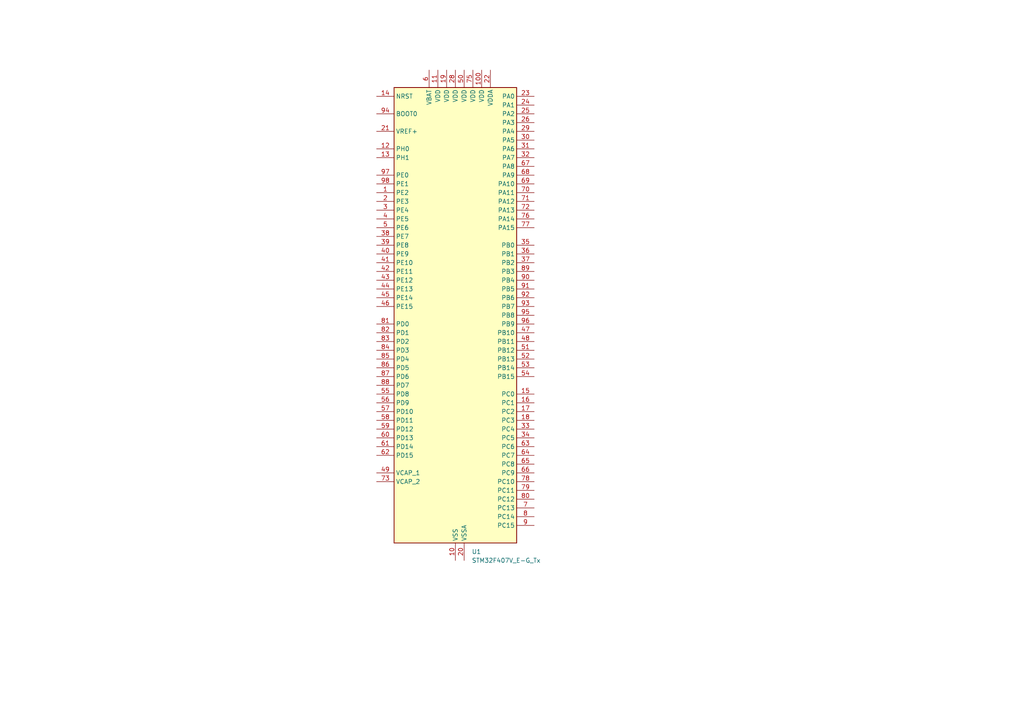
<source format=kicad_sch>
(kicad_sch (version 20231120) (generator "eeschema") (generator_version "8.0")
  (paper "A4")
  (lib_symbols
    (symbol "benediktibk:STM32F407V_E-G_Tx"
      (property "Reference" "U" (at -17.78 67.31 0))
      (property "Value" "STM32F407V_E-G_Tx" (at 12.7 67.31 0))
      (symbol "STM32F407V_E-G_Tx_0_1"
        (rectangle (start -17.78 66.04) (end 17.78 -66.04) (stroke (width 0.254)) (fill (type background)))
      )
      (symbol "STM32F407V_E-G_Tx_1_1"
        (pin bidirectional line (at -22.86 35.56 0) (length 5.08) (name "PE2") (number "1"))
        (pin power_in line (at 0 -71.12 90) (length 5.08) (name "VSS") (number "10"))
        (pin power_in line (at 7.62 71.12 270) (length 5.08) (name "VDD") (number "100"))
        (pin power_in line (at -5.08 71.12 270) (length 5.08) (name "VDD") (number "11"))
        (pin bidirectional line (at -22.86 48.26 0) (length 5.08) (name "PH0") (number "12"))
        (pin bidirectional line (at -22.86 45.72 0) (length 5.08) (name "PH1") (number "13"))
        (pin input line (at -22.86 63.5 0) (length 5.08) (name "NRST") (number "14"))
        (pin bidirectional line (at 22.86 -22.86 180) (length 5.08) (name "PC0") (number "15"))
        (pin bidirectional line (at 22.86 -25.4 180) (length 5.08) (name "PC1") (number "16"))
        (pin bidirectional line (at 22.86 -27.94 180) (length 5.08) (name "PC2") (number "17"))
        (pin bidirectional line (at 22.86 -30.48 180) (length 5.08) (name "PC3") (number "18"))
        (pin power_in line (at -2.54 71.12 270) (length 5.08) (name "VDD") (number "19"))
        (pin bidirectional line (at -22.86 33.02 0) (length 5.08) (name "PE3") (number "2"))
        (pin power_in line (at 2.54 -71.12 90) (length 5.08) (name "VSSA") (number "20"))
        (pin input line (at -22.86 53.34 0) (length 5.08) (name "VREF+") (number "21"))
        (pin power_in line (at 10.16 71.12 270) (length 5.08) (name "VDDA") (number "22"))
        (pin bidirectional line (at 22.86 63.5 180) (length 5.08) (name "PA0") (number "23"))
        (pin bidirectional line (at 22.86 60.96 180) (length 5.08) (name "PA1") (number "24"))
        (pin bidirectional line (at 22.86 58.42 180) (length 5.08) (name "PA2") (number "25"))
        (pin bidirectional line (at 22.86 55.88 180) (length 5.08) (name "PA3") (number "26"))
        (pin passive line (at 0 -71.12 90) (length 5.08) hide (name "VSS") (number "27"))
        (pin power_in line (at 0 71.12 270) (length 5.08) (name "VDD") (number "28"))
        (pin bidirectional line (at 22.86 53.34 180) (length 5.08) (name "PA4") (number "29"))
        (pin bidirectional line (at -22.86 30.48 0) (length 5.08) (name "PE4") (number "3"))
        (pin bidirectional line (at 22.86 50.8 180) (length 5.08) (name "PA5") (number "30"))
        (pin bidirectional line (at 22.86 48.26 180) (length 5.08) (name "PA6") (number "31"))
        (pin bidirectional line (at 22.86 45.72 180) (length 5.08) (name "PA7") (number "32"))
        (pin bidirectional line (at 22.86 -33.02 180) (length 5.08) (name "PC4") (number "33"))
        (pin bidirectional line (at 22.86 -35.56 180) (length 5.08) (name "PC5") (number "34"))
        (pin bidirectional line (at 22.86 20.32 180) (length 5.08) (name "PB0") (number "35"))
        (pin bidirectional line (at 22.86 17.78 180) (length 5.08) (name "PB1") (number "36"))
        (pin bidirectional line (at 22.86 15.24 180) (length 5.08) (name "PB2") (number "37"))
        (pin bidirectional line (at -22.86 22.86 0) (length 5.08) (name "PE7") (number "38"))
        (pin bidirectional line (at -22.86 20.32 0) (length 5.08) (name "PE8") (number "39"))
        (pin bidirectional line (at -22.86 27.94 0) (length 5.08) (name "PE5") (number "4"))
        (pin bidirectional line (at -22.86 17.78 0) (length 5.08) (name "PE9") (number "40"))
        (pin bidirectional line (at -22.86 15.24 0) (length 5.08) (name "PE10") (number "41"))
        (pin bidirectional line (at -22.86 12.7 0) (length 5.08) (name "PE11") (number "42"))
        (pin bidirectional line (at -22.86 10.16 0) (length 5.08) (name "PE12") (number "43"))
        (pin bidirectional line (at -22.86 7.62 0) (length 5.08) (name "PE13") (number "44"))
        (pin bidirectional line (at -22.86 5.08 0) (length 5.08) (name "PE14") (number "45"))
        (pin bidirectional line (at -22.86 2.54 0) (length 5.08) (name "PE15") (number "46"))
        (pin bidirectional line (at 22.86 -5.08 180) (length 5.08) (name "PB10") (number "47"))
        (pin bidirectional line (at 22.86 -7.62 180) (length 5.08) (name "PB11") (number "48"))
        (pin power_out line (at -22.86 -45.72 0) (length 5.08) (name "VCAP_1") (number "49"))
        (pin bidirectional line (at -22.86 25.4 0) (length 5.08) (name "PE6") (number "5"))
        (pin power_in line (at 2.54 71.12 270) (length 5.08) (name "VDD") (number "50"))
        (pin bidirectional line (at 22.86 -10.16 180) (length 5.08) (name "PB12") (number "51"))
        (pin bidirectional line (at 22.86 -12.7 180) (length 5.08) (name "PB13") (number "52"))
        (pin bidirectional line (at 22.86 -15.24 180) (length 5.08) (name "PB14") (number "53"))
        (pin bidirectional line (at 22.86 -17.78 180) (length 5.08) (name "PB15") (number "54"))
        (pin bidirectional line (at -22.86 -22.86 0) (length 5.08) (name "PD8") (number "55"))
        (pin bidirectional line (at -22.86 -25.4 0) (length 5.08) (name "PD9") (number "56"))
        (pin bidirectional line (at -22.86 -27.94 0) (length 5.08) (name "PD10") (number "57"))
        (pin bidirectional line (at -22.86 -30.48 0) (length 5.08) (name "PD11") (number "58"))
        (pin bidirectional line (at -22.86 -33.02 0) (length 5.08) (name "PD12") (number "59"))
        (pin power_in line (at -7.62 71.12 270) (length 5.08) (name "VBAT") (number "6"))
        (pin bidirectional line (at -22.86 -35.56 0) (length 5.08) (name "PD13") (number "60"))
        (pin bidirectional line (at -22.86 -38.1 0) (length 5.08) (name "PD14") (number "61"))
        (pin bidirectional line (at -22.86 -40.64 0) (length 5.08) (name "PD15") (number "62"))
        (pin bidirectional line (at 22.86 -38.1 180) (length 5.08) (name "PC6") (number "63"))
        (pin bidirectional line (at 22.86 -40.64 180) (length 5.08) (name "PC7") (number "64"))
        (pin bidirectional line (at 22.86 -43.18 180) (length 5.08) (name "PC8") (number "65"))
        (pin bidirectional line (at 22.86 -45.72 180) (length 5.08) (name "PC9") (number "66"))
        (pin bidirectional line (at 22.86 43.18 180) (length 5.08) (name "PA8") (number "67"))
        (pin bidirectional line (at 22.86 40.64 180) (length 5.08) (name "PA9") (number "68"))
        (pin bidirectional line (at 22.86 38.1 180) (length 5.08) (name "PA10") (number "69"))
        (pin bidirectional line (at 22.86 -55.88 180) (length 5.08) (name "PC13") (number "7"))
        (pin bidirectional line (at 22.86 35.56 180) (length 5.08) (name "PA11") (number "70"))
        (pin bidirectional line (at 22.86 33.02 180) (length 5.08) (name "PA12") (number "71"))
        (pin bidirectional line (at 22.86 30.48 180) (length 5.08) (name "PA13") (number "72"))
        (pin power_out line (at -22.86 -48.26 0) (length 5.08) (name "VCAP_2") (number "73"))
        (pin passive line (at 0 -71.12 90) (length 5.08) hide (name "VSS") (number "74"))
        (pin power_in line (at 5.08 71.12 270) (length 5.08) (name "VDD") (number "75"))
        (pin bidirectional line (at 22.86 27.94 180) (length 5.08) (name "PA14") (number "76"))
        (pin bidirectional line (at 22.86 25.4 180) (length 5.08) (name "PA15") (number "77"))
        (pin bidirectional line (at 22.86 -48.26 180) (length 5.08) (name "PC10") (number "78"))
        (pin bidirectional line (at 22.86 -50.8 180) (length 5.08) (name "PC11") (number "79"))
        (pin bidirectional line (at 22.86 -58.42 180) (length 5.08) (name "PC14") (number "8"))
        (pin bidirectional line (at 22.86 -53.34 180) (length 5.08) (name "PC12") (number "80"))
        (pin bidirectional line (at -22.86 -2.54 0) (length 5.08) (name "PD0") (number "81"))
        (pin bidirectional line (at -22.86 -5.08 0) (length 5.08) (name "PD1") (number "82"))
        (pin bidirectional line (at -22.86 -7.62 0) (length 5.08) (name "PD2") (number "83"))
        (pin bidirectional line (at -22.86 -10.16 0) (length 5.08) (name "PD3") (number "84"))
        (pin bidirectional line (at -22.86 -12.7 0) (length 5.08) (name "PD4") (number "85"))
        (pin bidirectional line (at -22.86 -15.24 0) (length 5.08) (name "PD5") (number "86"))
        (pin bidirectional line (at -22.86 -17.78 0) (length 5.08) (name "PD6") (number "87"))
        (pin bidirectional line (at -22.86 -20.32 0) (length 5.08) (name "PD7") (number "88"))
        (pin bidirectional line (at 22.86 12.7 180) (length 5.08) (name "PB3") (number "89"))
        (pin bidirectional line (at 22.86 -60.96 180) (length 5.08) (name "PC15") (number "9"))
        (pin bidirectional line (at 22.86 10.16 180) (length 5.08) (name "PB4") (number "90"))
        (pin bidirectional line (at 22.86 7.62 180) (length 5.08) (name "PB5") (number "91"))
        (pin bidirectional line (at 22.86 5.08 180) (length 5.08) (name "PB6") (number "92"))
        (pin bidirectional line (at 22.86 2.54 180) (length 5.08) (name "PB7") (number "93"))
        (pin input line (at -22.86 58.42 0) (length 5.08) (name "BOOT0") (number "94"))
        (pin bidirectional line (at 22.86 0 180) (length 5.08) (name "PB8") (number "95"))
        (pin bidirectional line (at 22.86 -2.54 180) (length 5.08) (name "PB9") (number "96"))
        (pin bidirectional line (at -22.86 40.64 0) (length 5.08) (name "PE0") (number "97"))
        (pin bidirectional line (at -22.86 38.1 0) (length 5.08) (name "PE1") (number "98"))
        (pin passive line (at 0 -71.12 90) (length 5.08) hide (name "VSS") (number "99"))
      )
    )
  )
  (symbol (lib_id "benediktibk:STM32F407V_E-G_Tx") (at 132.08 91.44 0) (unit 1)
    (property "Reference" "U1" (at 136.8141 160.02 0) (effects (justify left)))
    (property "Value" "STM32F407V_E-G_Tx" (at 136.8141 162.56 0) (effects (justify left)))
    (property "Footprint" "benediktibk:LQFP-100_14x14mm_P0.5mm" (effects (hide yes)))
    (property "Datasheet" "https://www.st.com/resource/en/datasheet/stm32f407ve.pdf" (effects (hide yes)))
    (property "Description" "STMicroelectronics Arm Cortex-M4 MCU, 512-1024KB flash, 192KB RAM, 168 MHz, 1.8-3.6V, 82 GPIO, LQFP100" (effects (hide yes)))
    (property "Mouser Part No" "511-STM32F407VGT6TR" (effects (hide yes)))
  )
)
</source>
